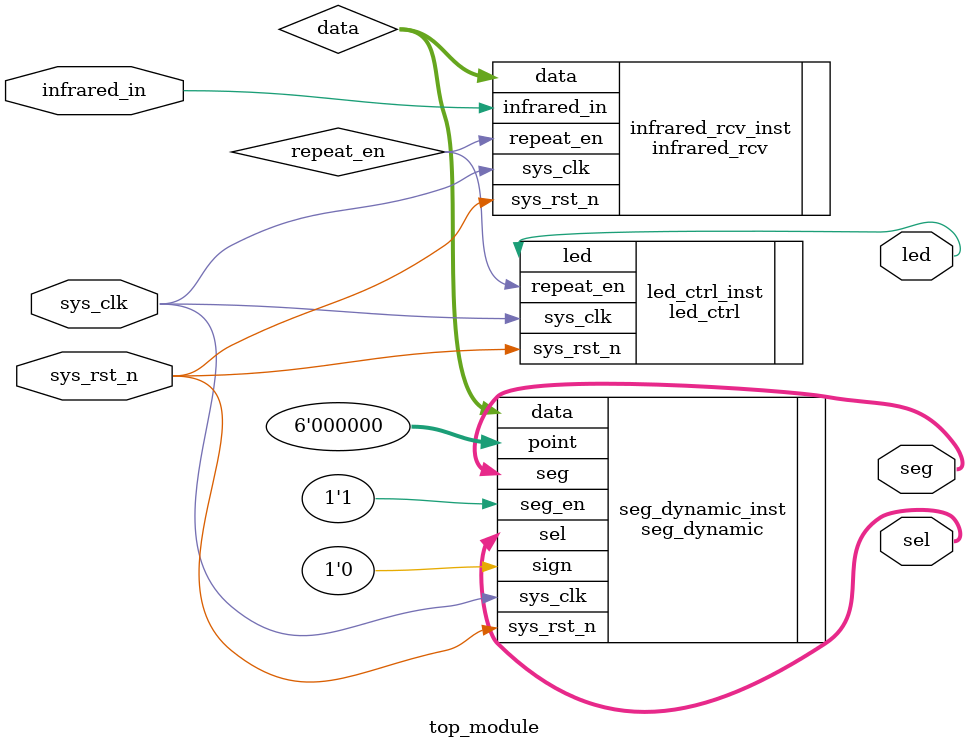
<source format=v>
module top_module (
    input wire sys_clk,
    input wire sys_rst_n,
    input wire infrared_in,
    output wire [5:0] sel,
    output wire [7:0] seg,
    output wire led
);

    wire repeat_en;
    wire [19:0] data;
    
    infrared_rcv infrared_rcv_inst (
        .sys_clk(sys_clk),
        .sys_rst_n(sys_rst_n),
        .infrared_in(infrared_in),
        .repeat_en(repeat_en),
        .data(data)
    );

    led_ctrl led_ctrl_inst (
        .sys_clk(sys_clk),
        .sys_rst_n(sys_rst_n),
        .repeat_en(repeat_en),
        .led(led)
    );

    seg_dynamic seg_dynamic_inst (
        .sys_clk(sys_clk),
        .sys_rst_n(sys_rst_n),
        .data(data),
        .point(6'd0),
        .seg_en(1'b1),
        .sign(1'b0),
        .sel(sel),
        .seg(seg)
    );


    
endmodule
</source>
